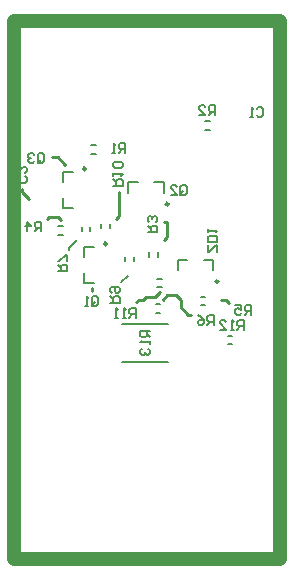
<source format=gbo>
%FSLAX25Y25*%
%MOIN*%
G70*
G01*
G75*
G04 Layer_Color=16776960*
%ADD10R,0.06890X0.10433*%
%ADD11R,0.08504X0.08898*%
%ADD12R,0.06693X0.02953*%
%ADD13R,0.08268X0.03937*%
%ADD14O,0.08268X0.03937*%
%ADD15O,0.02362X0.07087*%
%ADD16O,0.02362X0.08268*%
%ADD17R,0.03543X0.02756*%
%ADD18C,0.01000*%
%ADD19C,0.05000*%
%ADD20C,0.07000*%
%ADD21C,0.02000*%
%ADD22R,0.29000X0.24000*%
%ADD23R,0.30500X0.24000*%
%ADD24C,0.04724*%
G04:AMPARAMS|DCode=25|XSize=137.8mil|YSize=236.22mil|CornerRadius=34.45mil|HoleSize=0mil|Usage=FLASHONLY|Rotation=0.000|XOffset=0mil|YOffset=0mil|HoleType=Round|Shape=RoundedRectangle|*
%AMROUNDEDRECTD25*
21,1,0.13780,0.16732,0,0,0.0*
21,1,0.06890,0.23622,0,0,0.0*
1,1,0.06890,0.03445,-0.08366*
1,1,0.06890,-0.03445,-0.08366*
1,1,0.06890,-0.03445,0.08366*
1,1,0.06890,0.03445,0.08366*
%
%ADD25ROUNDEDRECTD25*%
G04:AMPARAMS|DCode=26|XSize=177.16mil|YSize=236.22mil|CornerRadius=44.29mil|HoleSize=0mil|Usage=FLASHONLY|Rotation=0.000|XOffset=0mil|YOffset=0mil|HoleType=Round|Shape=RoundedRectangle|*
%AMROUNDEDRECTD26*
21,1,0.17716,0.14764,0,0,0.0*
21,1,0.08858,0.23622,0,0,0.0*
1,1,0.08858,0.04429,-0.07382*
1,1,0.08858,-0.04429,-0.07382*
1,1,0.08858,-0.04429,0.07382*
1,1,0.08858,0.04429,0.07382*
%
%ADD26ROUNDEDRECTD26*%
G04:AMPARAMS|DCode=27|XSize=374.02mil|YSize=157.48mil|CornerRadius=39.37mil|HoleSize=0mil|Usage=FLASHONLY|Rotation=90.000|XOffset=0mil|YOffset=0mil|HoleType=Round|Shape=RoundedRectangle|*
%AMROUNDEDRECTD27*
21,1,0.37402,0.07874,0,0,90.0*
21,1,0.29528,0.15748,0,0,90.0*
1,1,0.07874,0.03937,0.14764*
1,1,0.07874,0.03937,-0.14764*
1,1,0.07874,-0.03937,-0.14764*
1,1,0.07874,-0.03937,0.14764*
%
%ADD27ROUNDEDRECTD27*%
G04:AMPARAMS|DCode=28|XSize=295.28mil|YSize=157.48mil|CornerRadius=39.37mil|HoleSize=0mil|Usage=FLASHONLY|Rotation=90.000|XOffset=0mil|YOffset=0mil|HoleType=Round|Shape=RoundedRectangle|*
%AMROUNDEDRECTD28*
21,1,0.29528,0.07874,0,0,90.0*
21,1,0.21654,0.15748,0,0,90.0*
1,1,0.07874,0.03937,0.10827*
1,1,0.07874,0.03937,-0.10827*
1,1,0.07874,-0.03937,-0.10827*
1,1,0.07874,-0.03937,0.10827*
%
%ADD28ROUNDEDRECTD28*%
%ADD29C,0.07874*%
%ADD30C,0.04500*%
%ADD31R,0.03150X0.03543*%
%ADD32R,0.03543X0.03150*%
%ADD33R,0.04528X0.02362*%
%ADD34R,0.02362X0.04528*%
%ADD35R,0.02756X0.03543*%
%ADD36R,0.05118X0.13189*%
%ADD37C,0.01500*%
%ADD38C,0.10000*%
%ADD39C,0.05500*%
%ADD40R,0.31000X0.24500*%
%ADD41R,0.30000X0.24000*%
%ADD42C,0.00787*%
%ADD43C,0.00984*%
%ADD44C,0.02362*%
%ADD45C,0.00600*%
%ADD46R,0.07690X0.11233*%
%ADD47R,0.09304X0.09698*%
%ADD48R,0.07493X0.03753*%
%ADD49R,0.09068X0.04737*%
%ADD50O,0.09068X0.04737*%
%ADD51O,0.03162X0.07887*%
%ADD52O,0.03162X0.09068*%
%ADD53R,0.04343X0.03556*%
G04:AMPARAMS|DCode=54|XSize=145.79mil|YSize=244.22mil|CornerRadius=38.45mil|HoleSize=0mil|Usage=FLASHONLY|Rotation=0.000|XOffset=0mil|YOffset=0mil|HoleType=Round|Shape=RoundedRectangle|*
%AMROUNDEDRECTD54*
21,1,0.14579,0.16732,0,0,0.0*
21,1,0.06890,0.24422,0,0,0.0*
1,1,0.07690,0.03445,-0.08366*
1,1,0.07690,-0.03445,-0.08366*
1,1,0.07690,-0.03445,0.08366*
1,1,0.07690,0.03445,0.08366*
%
%ADD54ROUNDEDRECTD54*%
G04:AMPARAMS|DCode=55|XSize=185.17mil|YSize=244.22mil|CornerRadius=48.29mil|HoleSize=0mil|Usage=FLASHONLY|Rotation=0.000|XOffset=0mil|YOffset=0mil|HoleType=Round|Shape=RoundedRectangle|*
%AMROUNDEDRECTD55*
21,1,0.18517,0.14764,0,0,0.0*
21,1,0.08858,0.24422,0,0,0.0*
1,1,0.09658,0.04429,-0.07382*
1,1,0.09658,-0.04429,-0.07382*
1,1,0.09658,-0.04429,0.07382*
1,1,0.09658,0.04429,0.07382*
%
%ADD55ROUNDEDRECTD55*%
G04:AMPARAMS|DCode=56|XSize=382.02mil|YSize=165.48mil|CornerRadius=43.37mil|HoleSize=0mil|Usage=FLASHONLY|Rotation=90.000|XOffset=0mil|YOffset=0mil|HoleType=Round|Shape=RoundedRectangle|*
%AMROUNDEDRECTD56*
21,1,0.38202,0.07874,0,0,90.0*
21,1,0.29528,0.16548,0,0,90.0*
1,1,0.08674,0.03937,0.14764*
1,1,0.08674,0.03937,-0.14764*
1,1,0.08674,-0.03937,-0.14764*
1,1,0.08674,-0.03937,0.14764*
%
%ADD56ROUNDEDRECTD56*%
G04:AMPARAMS|DCode=57|XSize=303.28mil|YSize=165.48mil|CornerRadius=43.37mil|HoleSize=0mil|Usage=FLASHONLY|Rotation=90.000|XOffset=0mil|YOffset=0mil|HoleType=Round|Shape=RoundedRectangle|*
%AMROUNDEDRECTD57*
21,1,0.30328,0.07874,0,0,90.0*
21,1,0.21654,0.16548,0,0,90.0*
1,1,0.08674,0.03937,0.10827*
1,1,0.08674,0.03937,-0.10827*
1,1,0.08674,-0.03937,-0.10827*
1,1,0.08674,-0.03937,0.10827*
%
%ADD57ROUNDEDRECTD57*%
%ADD58C,0.08674*%
%ADD59C,0.05300*%
%ADD60R,0.03950X0.04343*%
%ADD61R,0.04343X0.03950*%
%ADD62R,0.05328X0.03162*%
%ADD63R,0.03162X0.05328*%
%ADD64R,0.03556X0.04343*%
%ADD65R,0.05918X0.13989*%
D18*
X50000Y106500D02*
X51000Y107500D01*
Y112500D01*
X50000D02*
X51000D01*
X26000Y89500D02*
Y90500D01*
X35000Y114500D02*
Y122500D01*
X34000Y113500D02*
X35000Y114500D01*
X12500Y134000D02*
X14500D01*
X17000Y131500D01*
X2500Y122500D02*
Y123500D01*
Y122500D02*
X5000Y120000D01*
X11000Y113500D02*
X11500Y114000D01*
X14500D01*
X15500Y113000D01*
X44000Y87500D02*
X47000D01*
X48500Y89000D01*
X70500Y86500D02*
X71568Y85432D01*
X69000Y86500D02*
X70500D01*
X58000Y81500D02*
X59000D01*
X55500Y84000D02*
X58000Y81500D01*
X55500Y84000D02*
Y86500D01*
X54000Y88000D02*
X55500Y86500D01*
X51000Y88000D02*
X54000D01*
X49500Y86500D02*
X51000Y88000D01*
X43000Y86500D02*
X44000Y87500D01*
X41500Y86500D02*
X43000D01*
X40750Y85750D02*
X41500Y86500D01*
D24*
X0Y0D02*
Y179500D01*
Y0D02*
X88500D01*
X0Y179500D02*
X88500D01*
Y0D02*
Y179500D01*
D42*
X23244Y92095D02*
Y95244D01*
Y92095D02*
X26787D01*
X23244Y100756D02*
Y103906D01*
X26787D01*
X38047Y125543D02*
X41197D01*
X38047Y122000D02*
Y125543D01*
X46709D02*
X49858D01*
Y122000D02*
Y125543D01*
X16244Y117095D02*
Y120244D01*
Y117095D02*
X19787D01*
X16244Y125756D02*
Y128906D01*
X19787D01*
X54594Y99756D02*
X57744D01*
X54594Y96213D02*
Y99756D01*
X63256D02*
X66406D01*
Y96213D02*
Y99756D01*
X25713Y137878D02*
X27287D01*
X25713Y135122D02*
X27287D01*
X63713Y143122D02*
X65287D01*
X63713Y145878D02*
X65287D01*
X47878Y100713D02*
Y102287D01*
X45122Y100713D02*
Y102287D01*
X14713Y108122D02*
X16287D01*
X14713Y110878D02*
X16287D01*
X62213Y87378D02*
X63787D01*
X62213Y84622D02*
X63787D01*
X47213Y82122D02*
X48787D01*
X47213Y84878D02*
X48787D01*
X25378Y109213D02*
Y110787D01*
X22622Y109213D02*
Y110787D01*
X39878Y99213D02*
Y100787D01*
X37122Y99213D02*
Y100787D01*
X29122Y110213D02*
Y111787D01*
X31878Y110213D02*
Y111787D01*
X47713Y90622D02*
X49287D01*
X47713Y93378D02*
X49287D01*
X71213Y71622D02*
X72787D01*
X71213Y74378D02*
X72787D01*
X35823Y78201D02*
X51177D01*
X35823Y65799D02*
X51177D01*
D43*
X30921Y105087D02*
G03*
X30921Y105087I-492J0D01*
G01*
X51531Y118358D02*
G03*
X51531Y118358I-492J0D01*
G01*
X23921Y130087D02*
G03*
X23921Y130087I-492J0D01*
G01*
X68079Y92571D02*
G03*
X68079Y92571I-492J0D01*
G01*
D45*
X35750Y92250D02*
X38000Y94500D01*
X18299Y103000D02*
Y103799D01*
X21000Y106500D01*
X67699Y102500D02*
Y104633D01*
X67166D01*
X65033Y102500D01*
X64500D01*
Y104633D01*
X67699Y105699D02*
X64500D01*
Y107299D01*
X65033Y107832D01*
X67166D01*
X67699Y107299D01*
Y105699D01*
X64500Y108898D02*
Y109964D01*
Y109431D01*
X67699D01*
X67166Y108898D01*
X45287Y76000D02*
X42088D01*
Y74401D01*
X42622Y73867D01*
X43688D01*
X44221Y74401D01*
Y76000D01*
Y74934D02*
X45287Y73867D01*
Y72801D02*
Y71735D01*
Y72268D01*
X42088D01*
X42622Y72801D01*
Y70135D02*
X42088Y69602D01*
Y68536D01*
X42622Y68003D01*
X43155D01*
X43688Y68536D01*
Y69069D01*
Y68536D01*
X44221Y68003D01*
X44754D01*
X45287Y68536D01*
Y69602D01*
X44754Y70135D01*
X76500Y76500D02*
Y79699D01*
X74901D01*
X74367Y79166D01*
Y78100D01*
X74901Y77566D01*
X76500D01*
X75434D02*
X74367Y76500D01*
X73301D02*
X72235D01*
X72768D01*
Y79699D01*
X73301Y79166D01*
X68503Y76500D02*
X70635D01*
X68503Y78633D01*
Y79166D01*
X69036Y79699D01*
X70102D01*
X70635Y79166D01*
X40500Y80500D02*
Y83699D01*
X38901D01*
X38367Y83166D01*
Y82099D01*
X38901Y81566D01*
X40500D01*
X39434D02*
X38367Y80500D01*
X37301D02*
X36235D01*
X36768D01*
Y83699D01*
X37301Y83166D01*
X34635Y80500D02*
X33569D01*
X34102D01*
Y83699D01*
X34635Y83166D01*
X33000Y124500D02*
X36199D01*
Y126100D01*
X35666Y126633D01*
X34600D01*
X34066Y126100D01*
Y124500D01*
Y125566D02*
X33000Y126633D01*
Y127699D02*
Y128765D01*
Y128232D01*
X36199D01*
X35666Y127699D01*
Y130365D02*
X36199Y130898D01*
Y131964D01*
X35666Y132497D01*
X33533D01*
X33000Y131964D01*
Y130898D01*
X33533Y130365D01*
X35666D01*
X32000Y85500D02*
X35199D01*
Y87099D01*
X34666Y87633D01*
X33599D01*
X33066Y87099D01*
Y85500D01*
Y86566D02*
X32000Y87633D01*
X32533Y88699D02*
X32000Y89232D01*
Y90298D01*
X32533Y90832D01*
X34666D01*
X35199Y90298D01*
Y89232D01*
X34666Y88699D01*
X34133D01*
X33599Y89232D01*
Y90832D01*
X14500Y96000D02*
X17699D01*
Y97600D01*
X17166Y98133D01*
X16100D01*
X15566Y97600D01*
Y96000D01*
Y97066D02*
X14500Y98133D01*
X17699Y99199D02*
Y101332D01*
X17166D01*
X15033Y99199D01*
X14500D01*
X66500Y78000D02*
Y81199D01*
X64900D01*
X64367Y80666D01*
Y79599D01*
X64900Y79066D01*
X66500D01*
X65434D02*
X64367Y78000D01*
X61168Y81199D02*
X62235Y80666D01*
X63301Y79599D01*
Y78533D01*
X62768Y78000D01*
X61702D01*
X61168Y78533D01*
Y79066D01*
X61702Y79599D01*
X63301D01*
X79000Y81500D02*
Y84699D01*
X77400D01*
X76867Y84166D01*
Y83100D01*
X77400Y82566D01*
X79000D01*
X77934D02*
X76867Y81500D01*
X73668Y84699D02*
X75801D01*
Y83100D01*
X74735Y83633D01*
X74202D01*
X73668Y83100D01*
Y82033D01*
X74202Y81500D01*
X75268D01*
X75801Y82033D01*
X9000Y109287D02*
Y112486D01*
X7401D01*
X6867Y111953D01*
Y110887D01*
X7401Y110354D01*
X9000D01*
X7934D02*
X6867Y109287D01*
X4202D02*
Y112486D01*
X5801Y110887D01*
X3668D01*
X44500Y109000D02*
X47699D01*
Y110600D01*
X47166Y111133D01*
X46099D01*
X45566Y110600D01*
Y109000D01*
Y110066D02*
X44500Y111133D01*
X47166Y112199D02*
X47699Y112732D01*
Y113798D01*
X47166Y114332D01*
X46633D01*
X46099Y113798D01*
Y113265D01*
Y113798D01*
X45566Y114332D01*
X45033D01*
X44500Y113798D01*
Y112732D01*
X45033Y112199D01*
X67000Y148000D02*
Y151199D01*
X65400D01*
X64867Y150666D01*
Y149600D01*
X65400Y149066D01*
X67000D01*
X65934D02*
X64867Y148000D01*
X61668D02*
X63801D01*
X61668Y150133D01*
Y150666D01*
X62201Y151199D01*
X63268D01*
X63801Y150666D01*
X37000Y135500D02*
Y138699D01*
X35401D01*
X34867Y138166D01*
Y137100D01*
X35401Y136566D01*
X37000D01*
X35934D02*
X34867Y135500D01*
X33801D02*
X32735D01*
X33268D01*
Y138699D01*
X33801Y138166D01*
X7867Y132533D02*
Y134666D01*
X8400Y135199D01*
X9467D01*
X10000Y134666D01*
Y132533D01*
X9467Y132000D01*
X8400D01*
X8934Y133066D02*
X7867Y132000D01*
X8400D02*
X7867Y132533D01*
X6801Y134666D02*
X6268Y135199D01*
X5202D01*
X4668Y134666D01*
Y134133D01*
X5202Y133599D01*
X5735D01*
X5202D01*
X4668Y133066D01*
Y132533D01*
X5202Y132000D01*
X6268D01*
X6801Y132533D01*
X55367Y122033D02*
Y124166D01*
X55901Y124699D01*
X56967D01*
X57500Y124166D01*
Y122033D01*
X56967Y121500D01*
X55901D01*
X56434Y122566D02*
X55367Y121500D01*
X55901D02*
X55367Y122033D01*
X52168Y121500D02*
X54301D01*
X52168Y123633D01*
Y124166D01*
X52701Y124699D01*
X53768D01*
X54301Y124166D01*
X25867Y85033D02*
Y87166D01*
X26401Y87699D01*
X27467D01*
X28000Y87166D01*
Y85033D01*
X27467Y84500D01*
X26401D01*
X26934Y85566D02*
X25867Y84500D01*
X26401D02*
X25867Y85033D01*
X24801Y84500D02*
X23735D01*
X24268D01*
Y87699D01*
X24801Y87166D01*
X3666Y127633D02*
X4199Y127100D01*
Y126033D01*
X3666Y125500D01*
X1533D01*
X1000Y126033D01*
Y127100D01*
X1533Y127633D01*
X1000Y130832D02*
Y128699D01*
X3133Y130832D01*
X3666D01*
X4199Y130298D01*
Y129232D01*
X3666Y128699D01*
X80867Y150166D02*
X81401Y150699D01*
X82467D01*
X83000Y150166D01*
Y148033D01*
X82467Y147500D01*
X81401D01*
X80867Y148033D01*
X79801Y147500D02*
X78735D01*
X79268D01*
Y150699D01*
X79801Y150166D01*
M02*

</source>
